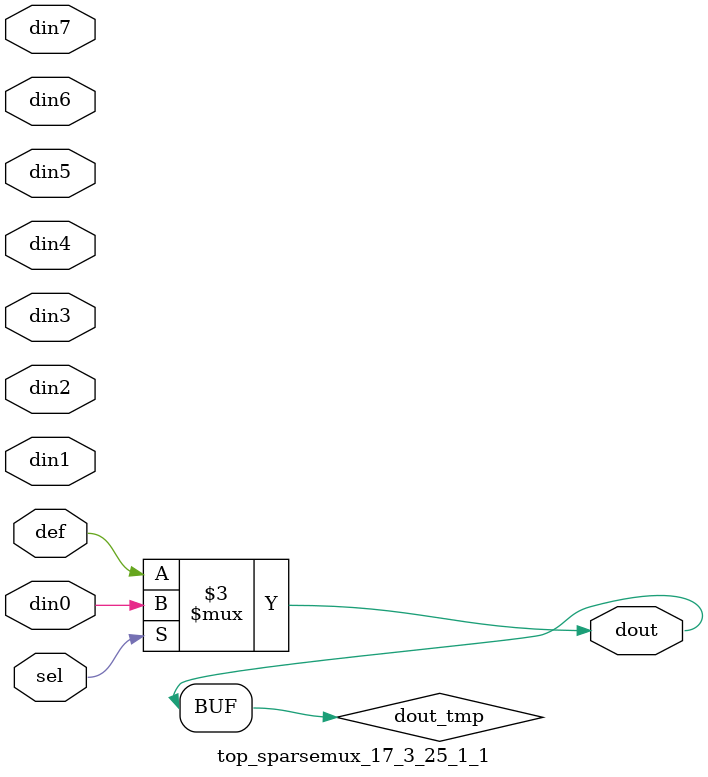
<source format=v>
`timescale 1ns / 1ps

module top_sparsemux_17_3_25_1_1 (din0,din1,din2,din3,din4,din5,din6,din7,def,sel,dout);

parameter din0_WIDTH = 1;

parameter din1_WIDTH = 1;

parameter din2_WIDTH = 1;

parameter din3_WIDTH = 1;

parameter din4_WIDTH = 1;

parameter din5_WIDTH = 1;

parameter din6_WIDTH = 1;

parameter din7_WIDTH = 1;

parameter def_WIDTH = 1;
parameter sel_WIDTH = 1;
parameter dout_WIDTH = 1;

parameter [sel_WIDTH-1:0] CASE0 = 1;

parameter [sel_WIDTH-1:0] CASE1 = 1;

parameter [sel_WIDTH-1:0] CASE2 = 1;

parameter [sel_WIDTH-1:0] CASE3 = 1;

parameter [sel_WIDTH-1:0] CASE4 = 1;

parameter [sel_WIDTH-1:0] CASE5 = 1;

parameter [sel_WIDTH-1:0] CASE6 = 1;

parameter [sel_WIDTH-1:0] CASE7 = 1;

parameter ID = 1;
parameter NUM_STAGE = 1;



input [din0_WIDTH-1:0] din0;

input [din1_WIDTH-1:0] din1;

input [din2_WIDTH-1:0] din2;

input [din3_WIDTH-1:0] din3;

input [din4_WIDTH-1:0] din4;

input [din5_WIDTH-1:0] din5;

input [din6_WIDTH-1:0] din6;

input [din7_WIDTH-1:0] din7;

input [def_WIDTH-1:0] def;
input [sel_WIDTH-1:0] sel;

output [dout_WIDTH-1:0] dout;



reg [dout_WIDTH-1:0] dout_tmp;


always @ (*) begin
(* parallel_case *) case (sel)
    
    CASE0 : dout_tmp = din0;
    
    CASE1 : dout_tmp = din1;
    
    CASE2 : dout_tmp = din2;
    
    CASE3 : dout_tmp = din3;
    
    CASE4 : dout_tmp = din4;
    
    CASE5 : dout_tmp = din5;
    
    CASE6 : dout_tmp = din6;
    
    CASE7 : dout_tmp = din7;
    
    default : dout_tmp = def;
endcase
end


assign dout = dout_tmp;



endmodule

</source>
